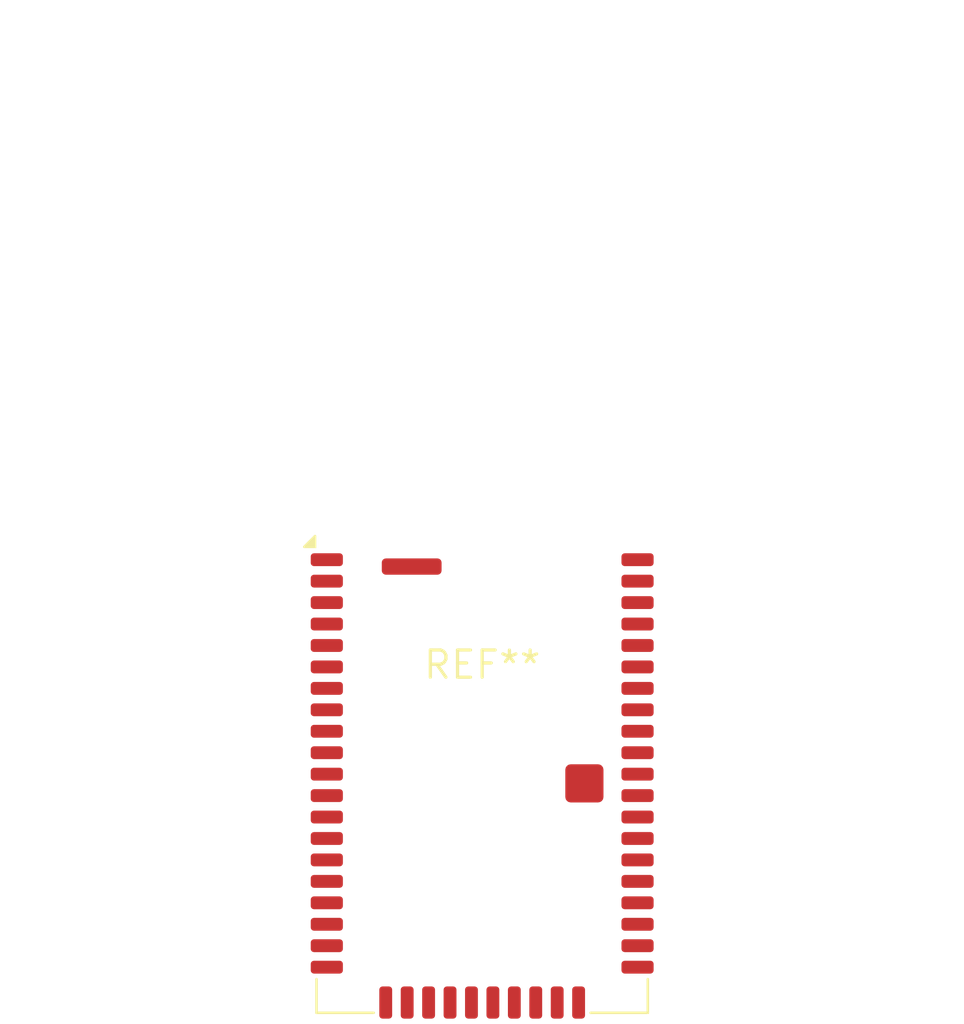
<source format=kicad_pcb>
(kicad_pcb (version 20240108) (generator pcbnew)
  (layers (0 "F.Cu" signal) (31 "B.Cu" signal) (34 "B.Paste" user) (35 "F.Paste" user) (36 "B.SilkS" user "B.Silkscreen") (37 "F.SilkS" user "F.Silkscreen") (38 "B.Mask" user) (39 "F.Mask" user) (44 "Edge.Cuts" user))
  (net 0 "")
  (footprint "Microchip_BM83" (layer "F.Cu") (at 0 0)
    (property "Reference" "REF**")
    (property "Value" "Microchip_BM83")
    (fp_line (start -7.73 14.66) (end -7.73 16.23) (layer "F.SilkS") (stroke (width 0.12)))
    (fp_line (start -7.73 16.23) (end -5.06 16.23) (layer "F.SilkS") (stroke (width 0.12)))
    (fp_line (start 5.06 16.23) (end 7.73 16.23) (layer "F.SilkS") (stroke (width 0.12)))
    (fp_line (start 7.73 16.23) (end 7.73 14.66) (layer "F.SilkS") (stroke (width 0.12)))
    (fp_poly (pts (xy -7.8 -5.5) (xy -8.3 -5.5) (xy -7.8 -6) (xy -7.8 -5.5)) (layer "F.SilkS") (stroke (width 0.12)) (fill solid))
    (pad "1" smd roundrect (at -7.25 -4.9) (size 1.5 0.6) (layers "F.Cu" "F.Paste" "F.Mask"))
    (pad "2" smd roundrect (at -7.25 -3.9) (size 1.5 0.6) (layers "F.Cu" "F.Paste" "F.Mask"))
    (pad "3" smd roundrect (at -7.25 -2.9) (size 1.5 0.6) (layers "F.Cu" "F.Paste" "F.Mask"))
    (pad "4" smd roundrect (at -7.25 -1.9) (size 1.5 0.6) (layers "F.Cu" "F.Paste" "F.Mask"))
    (pad "5" smd roundrect (at -7.25 -0.9) (size 1.5 0.6) (layers "F.Cu" "F.Paste" "F.Mask"))
    (pad "6" smd roundrect (at -7.25 0.1) (size 1.5 0.6) (layers "F.Cu" "F.Paste" "F.Mask"))
    (pad "7" smd roundrect (at -7.25 1.1) (size 1.5 0.6) (layers "F.Cu" "F.Paste" "F.Mask"))
    (pad "8" smd roundrect (at -7.25 2.1) (size 1.5 0.6) (layers "F.Cu" "F.Paste" "F.Mask"))
    (pad "9" smd roundrect (at -7.25 3.1) (size 1.5 0.6) (layers "F.Cu" "F.Paste" "F.Mask"))
    (pad "10" smd roundrect (at -7.25 4.1) (size 1.5 0.6) (layers "F.Cu" "F.Paste" "F.Mask"))
    (pad "11" smd roundrect (at -7.25 5.1) (size 1.5 0.6) (layers "F.Cu" "F.Paste" "F.Mask"))
    (pad "12" smd roundrect (at -7.25 6.1) (size 1.5 0.6) (layers "F.Cu" "F.Paste" "F.Mask"))
    (pad "13" smd roundrect (at -7.25 7.1) (size 1.5 0.6) (layers "F.Cu" "F.Paste" "F.Mask"))
    (pad "14" smd roundrect (at -7.25 8.1) (size 1.5 0.6) (layers "F.Cu" "F.Paste" "F.Mask"))
    (pad "15" smd roundrect (at -7.25 9.1) (size 1.5 0.6) (layers "F.Cu" "F.Paste" "F.Mask"))
    (pad "16" smd roundrect (at -7.25 10.1) (size 1.5 0.6) (layers "F.Cu" "F.Paste" "F.Mask"))
    (pad "17" smd roundrect (at -7.25 11.1) (size 1.5 0.6) (layers "F.Cu" "F.Paste" "F.Mask"))
    (pad "18" smd roundrect (at -7.25 12.1) (size 1.5 0.6) (layers "F.Cu" "F.Paste" "F.Mask"))
    (pad "19" smd roundrect (at -7.25 13.1) (size 1.5 0.6) (layers "F.Cu" "F.Paste" "F.Mask"))
    (pad "20" smd roundrect (at -7.25 14.1) (size 1.5 0.6) (layers "F.Cu" "F.Paste" "F.Mask"))
    (pad "21" smd roundrect (at -4.5 15.75) (size 0.6 1.5) (layers "F.Cu" "F.Paste" "F.Mask"))
    (pad "22" smd roundrect (at -3.5 15.75) (size 0.6 1.5) (layers "F.Cu" "F.Paste" "F.Mask"))
    (pad "23" smd roundrect (at -2.5 15.75) (size 0.6 1.5) (layers "F.Cu" "F.Paste" "F.Mask"))
    (pad "24" smd roundrect (at -1.5 15.75) (size 0.6 1.5) (layers "F.Cu" "F.Paste" "F.Mask"))
    (pad "25" smd roundrect (at -0.5 15.75) (size 0.6 1.5) (layers "F.Cu" "F.Paste" "F.Mask"))
    (pad "26" smd roundrect (at 0.5 15.75) (size 0.6 1.5) (layers "F.Cu" "F.Paste" "F.Mask"))
    (pad "27" smd roundrect (at 1.5 15.75) (size 0.6 1.5) (layers "F.Cu" "F.Paste" "F.Mask"))
    (pad "28" smd roundrect (at 2.5 15.75) (size 0.6 1.5) (layers "F.Cu" "F.Paste" "F.Mask"))
    (pad "29" smd roundrect (at 3.5 15.75) (size 0.6 1.5) (layers "F.Cu" "F.Paste" "F.Mask"))
    (pad "30" smd roundrect (at 4.5 15.75) (size 0.6 1.5) (layers "F.Cu" "F.Paste" "F.Mask"))
    (pad "31" smd roundrect (at 7.25 14.1) (size 1.5 0.6) (layers "F.Cu" "F.Paste" "F.Mask"))
    (pad "32" smd roundrect (at 7.25 13.1) (size 1.5 0.6) (layers "F.Cu" "F.Paste" "F.Mask"))
    (pad "33" smd roundrect (at 7.25 12.1) (size 1.5 0.6) (layers "F.Cu" "F.Paste" "F.Mask"))
    (pad "34" smd roundrect (at 7.25 11.1) (size 1.5 0.6) (layers "F.Cu" "F.Paste" "F.Mask"))
    (pad "35" smd roundrect (at 7.25 10.1) (size 1.5 0.6) (layers "F.Cu" "F.Paste" "F.Mask"))
    (pad "36" smd roundrect (at 7.25 9.1) (size 1.5 0.6) (layers "F.Cu" "F.Paste" "F.Mask"))
    (pad "37" smd roundrect (at 7.25 8.1) (size 1.5 0.6) (layers "F.Cu" "F.Paste" "F.Mask"))
    (pad "38" smd roundrect (at 7.25 7.1) (size 1.5 0.6) (layers "F.Cu" "F.Paste" "F.Mask"))
    (pad "39" smd roundrect (at 7.25 6.1) (size 1.5 0.6) (layers "F.Cu" "F.Paste" "F.Mask"))
    (pad "40" smd roundrect (at 7.25 5.1) (size 1.5 0.6) (layers "F.Cu" "F.Paste" "F.Mask"))
    (pad "41" smd roundrect (at 7.25 4.1) (size 1.5 0.6) (layers "F.Cu" "F.Paste" "F.Mask"))
    (pad "42" smd roundrect (at 7.25 3.1) (size 1.5 0.6) (layers "F.Cu" "F.Paste" "F.Mask"))
    (pad "43" smd roundrect (at 7.25 2.1) (size 1.5 0.6) (layers "F.Cu" "F.Paste" "F.Mask"))
    (pad "44" smd roundrect (at 7.25 1.1) (size 1.5 0.6) (layers "F.Cu" "F.Paste" "F.Mask"))
    (pad "45" smd roundrect (at 7.25 0.1) (size 1.5 0.6) (layers "F.Cu" "F.Paste" "F.Mask"))
    (pad "46" smd roundrect (at 7.25 -0.9) (size 1.5 0.6) (layers "F.Cu" "F.Paste" "F.Mask"))
    (pad "47" smd roundrect (at 7.25 -1.9) (size 1.5 0.6) (layers "F.Cu" "F.Paste" "F.Mask"))
    (pad "48" smd roundrect (at 7.25 -2.9) (size 1.5 0.6) (layers "F.Cu" "F.Paste" "F.Mask"))
    (pad "49" smd roundrect (at 7.25 -3.9) (size 1.5 0.6) (layers "F.Cu" "F.Paste" "F.Mask"))
    (pad "50" smd roundrect (at 7.25 -4.9) (size 1.5 0.6) (layers "F.Cu" "F.Paste" "F.Mask"))
    (pad "56" smd roundrect (at 4.77 5.53) (size 1.78 1.78) (layers "F.Cu" "F.Paste" "F.Mask") (roundrect_rratio 0.1404494382))
    (pad "57" smd roundrect (at -3.29 -4.58) (size 2.79 0.76) (layers "F.Cu" "F.Paste" "F.Mask"))
  )
)
</source>
